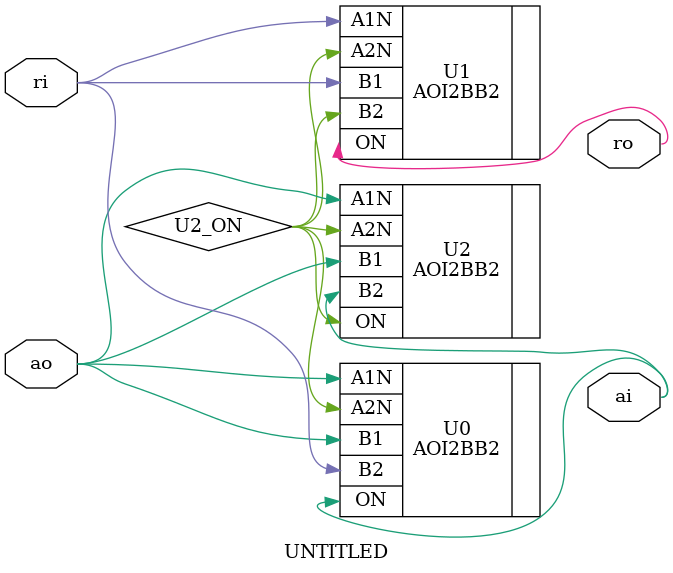
<source format=v>
module UNTITLED (ai, ro, ao, ri);
    input ao, ri;
    output ai, ro;

    AOI2BB2 U0 (.ON(ai), .A1N(ao), .A2N(U2_ON), .B1(ao), .B2(ri));
    AOI2BB2 U1 (.ON(ro), .A1N(ri), .A2N(U2_ON), .B1(ri), .B2(U2_ON));
    AOI2BB2 U2 (.ON(U2_ON), .A1N(ao), .A2N(U2_ON), .B1(ao), .B2(ai));

    // signal values at the initial state:
    // !ai !ro !U2_ON !ao !ri
endmodule

</source>
